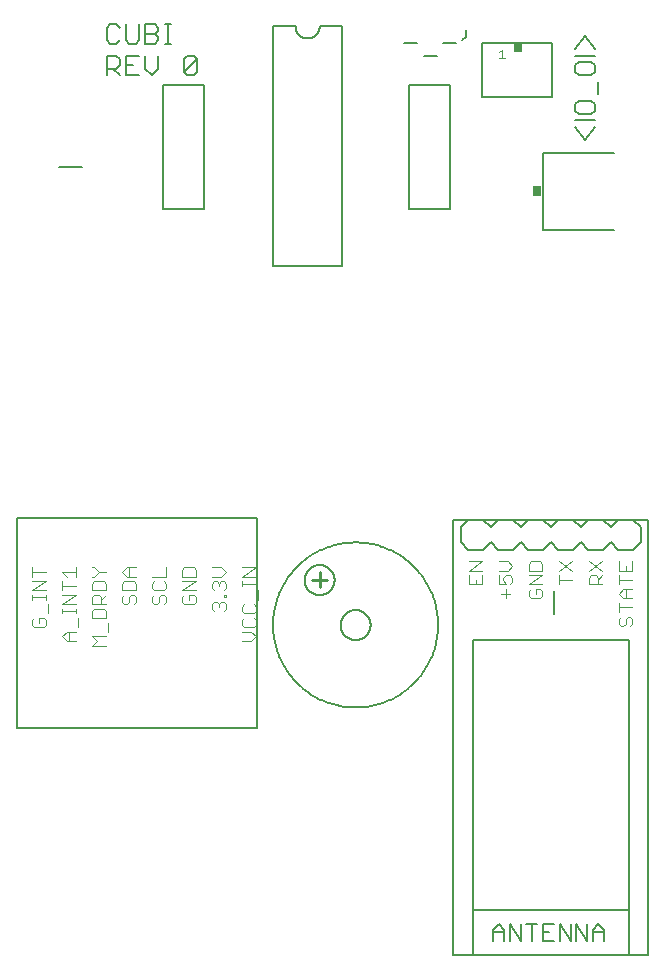
<source format=gto>
G04 EAGLE Gerber X2 export*
G75*
%MOMM*%
%FSLAX34Y34*%
%LPD*%
%AMOC8*
5,1,8,0,0,1.08239X$1,22.5*%
G01*
%ADD10C,0.152400*%
%ADD11C,0.203200*%
%ADD12C,0.127000*%
%ADD13C,0.076200*%
%ADD14R,0.635000X0.635000*%
%ADD15C,0.254000*%
%ADD16C,0.101600*%
%ADD17R,0.762000X0.863600*%


D10*
X89771Y598520D02*
X87059Y601232D01*
X81636Y601232D01*
X78924Y598520D01*
X78924Y587674D01*
X81636Y584962D01*
X87059Y584962D01*
X89771Y587674D01*
X95296Y587674D02*
X95296Y601232D01*
X95296Y587674D02*
X98007Y584962D01*
X103431Y584962D01*
X106142Y587674D01*
X106142Y601232D01*
X111667Y601232D02*
X111667Y584962D01*
X111667Y601232D02*
X119802Y601232D01*
X122514Y598520D01*
X122514Y595809D01*
X119802Y593097D01*
X122514Y590385D01*
X122514Y587674D01*
X119802Y584962D01*
X111667Y584962D01*
X111667Y593097D02*
X119802Y593097D01*
X128039Y584962D02*
X133462Y584962D01*
X130750Y584962D02*
X130750Y601232D01*
X128039Y601232D02*
X133462Y601232D01*
X78924Y574562D02*
X78924Y558292D01*
X78924Y574562D02*
X87059Y574562D01*
X89771Y571850D01*
X89771Y566427D01*
X87059Y563715D01*
X78924Y563715D01*
X84347Y563715D02*
X89771Y558292D01*
X95296Y574562D02*
X106142Y574562D01*
X95296Y574562D02*
X95296Y558292D01*
X106142Y558292D01*
X100719Y566427D02*
X95296Y566427D01*
X111667Y563715D02*
X111667Y574562D01*
X111667Y563715D02*
X117090Y558292D01*
X122514Y563715D01*
X122514Y574562D01*
X144410Y571850D02*
X144410Y561004D01*
X144410Y571850D02*
X147122Y574562D01*
X152545Y574562D01*
X155257Y571850D01*
X155257Y561004D01*
X152545Y558292D01*
X147122Y558292D01*
X144410Y561004D01*
X155257Y571850D01*
X330962Y585477D02*
X341809Y585477D01*
X347334Y574630D02*
X358180Y574630D01*
X363705Y585477D02*
X374552Y585477D01*
X382788Y590900D02*
X382788Y596324D01*
X382788Y590900D02*
X380077Y588189D01*
X475728Y514529D02*
X483863Y503682D01*
X491998Y514529D01*
X491998Y520054D02*
X475728Y520054D01*
X475728Y528222D02*
X475728Y533646D01*
X475728Y528222D02*
X478440Y525511D01*
X489286Y525511D01*
X491998Y528222D01*
X491998Y533646D01*
X489286Y536357D01*
X478440Y536357D01*
X475728Y533646D01*
X494710Y541882D02*
X494710Y552729D01*
X475728Y560966D02*
X475728Y566389D01*
X475728Y560966D02*
X478440Y558254D01*
X489286Y558254D01*
X491998Y560966D01*
X491998Y566389D01*
X489286Y569100D01*
X478440Y569100D01*
X475728Y566389D01*
X475728Y574625D02*
X491998Y574625D01*
X475728Y580083D02*
X483863Y590929D01*
X491998Y580083D01*
D11*
X57785Y480060D02*
X38735Y480060D01*
D10*
X278130Y396240D02*
X278130Y599440D01*
X219710Y599440D02*
X219710Y396240D01*
X278130Y396240D01*
X278130Y599440D02*
X259080Y599440D01*
X238760Y599440D02*
X219710Y599440D01*
X238760Y599440D02*
X238763Y599193D01*
X238772Y598945D01*
X238787Y598698D01*
X238808Y598452D01*
X238835Y598206D01*
X238868Y597961D01*
X238907Y597716D01*
X238952Y597473D01*
X239003Y597231D01*
X239060Y596990D01*
X239122Y596751D01*
X239191Y596513D01*
X239265Y596277D01*
X239345Y596043D01*
X239430Y595811D01*
X239522Y595581D01*
X239618Y595353D01*
X239721Y595128D01*
X239828Y594905D01*
X239942Y594685D01*
X240060Y594468D01*
X240184Y594253D01*
X240313Y594042D01*
X240447Y593834D01*
X240586Y593629D01*
X240730Y593428D01*
X240878Y593230D01*
X241032Y593036D01*
X241190Y592846D01*
X241353Y592660D01*
X241520Y592478D01*
X241692Y592300D01*
X241868Y592126D01*
X242048Y591956D01*
X242233Y591791D01*
X242421Y591631D01*
X242613Y591475D01*
X242809Y591323D01*
X243008Y591177D01*
X243211Y591035D01*
X243418Y590899D01*
X243627Y590767D01*
X243840Y590641D01*
X244056Y590520D01*
X244274Y590404D01*
X244496Y590294D01*
X244720Y590189D01*
X244946Y590089D01*
X245175Y589995D01*
X245406Y589907D01*
X245640Y589824D01*
X245875Y589747D01*
X246112Y589676D01*
X246350Y589610D01*
X246590Y589551D01*
X246832Y589497D01*
X247075Y589449D01*
X247318Y589407D01*
X247563Y589371D01*
X247809Y589341D01*
X248055Y589317D01*
X248302Y589299D01*
X248549Y589287D01*
X248796Y589281D01*
X249044Y589281D01*
X249291Y589287D01*
X249538Y589299D01*
X249785Y589317D01*
X250031Y589341D01*
X250277Y589371D01*
X250522Y589407D01*
X250765Y589449D01*
X251008Y589497D01*
X251250Y589551D01*
X251490Y589610D01*
X251728Y589676D01*
X251965Y589747D01*
X252200Y589824D01*
X252434Y589907D01*
X252665Y589995D01*
X252894Y590089D01*
X253120Y590189D01*
X253344Y590294D01*
X253566Y590404D01*
X253784Y590520D01*
X254000Y590641D01*
X254213Y590767D01*
X254422Y590899D01*
X254629Y591035D01*
X254832Y591177D01*
X255031Y591323D01*
X255227Y591475D01*
X255419Y591631D01*
X255607Y591791D01*
X255792Y591956D01*
X255972Y592126D01*
X256148Y592300D01*
X256320Y592478D01*
X256487Y592660D01*
X256650Y592846D01*
X256808Y593036D01*
X256962Y593230D01*
X257110Y593428D01*
X257254Y593629D01*
X257393Y593834D01*
X257527Y594042D01*
X257656Y594253D01*
X257780Y594468D01*
X257898Y594685D01*
X258012Y594905D01*
X258119Y595128D01*
X258222Y595353D01*
X258318Y595581D01*
X258410Y595811D01*
X258495Y596043D01*
X258575Y596277D01*
X258649Y596513D01*
X258718Y596751D01*
X258780Y596990D01*
X258837Y597231D01*
X258888Y597473D01*
X258933Y597716D01*
X258972Y597961D01*
X259005Y598206D01*
X259032Y598452D01*
X259053Y598698D01*
X259068Y598945D01*
X259077Y599193D01*
X259080Y599440D01*
D12*
X396970Y540055D02*
X455470Y540055D01*
X396970Y540055D02*
X396970Y585055D01*
X455470Y585055D01*
X455470Y540055D01*
D13*
X413324Y579855D02*
X410867Y577398D01*
X413324Y579855D02*
X413324Y572483D01*
X410867Y572483D02*
X415782Y572483D01*
D14*
X426720Y581310D03*
D15*
X259080Y137160D02*
X259080Y124460D01*
X252730Y130810D02*
X265430Y130810D01*
D10*
X219710Y92710D02*
X219731Y94424D01*
X219794Y96137D01*
X219899Y97848D01*
X220046Y99556D01*
X220235Y101260D01*
X220466Y102959D01*
X220738Y104652D01*
X221052Y106337D01*
X221407Y108014D01*
X221803Y109682D01*
X222240Y111340D01*
X222718Y112986D01*
X223235Y114621D01*
X223793Y116242D01*
X224390Y117849D01*
X225027Y119440D01*
X225702Y121016D01*
X226416Y122575D01*
X227168Y124115D01*
X227958Y125637D01*
X228784Y127139D01*
X229648Y128620D01*
X230547Y130080D01*
X231482Y131517D01*
X232452Y132930D01*
X233456Y134320D01*
X234494Y135684D01*
X235565Y137022D01*
X236669Y138334D01*
X237805Y139618D01*
X238971Y140874D01*
X240169Y142101D01*
X241396Y143299D01*
X242652Y144465D01*
X243936Y145601D01*
X245248Y146705D01*
X246586Y147776D01*
X247950Y148814D01*
X249340Y149818D01*
X250753Y150788D01*
X252190Y151723D01*
X253650Y152622D01*
X255131Y153486D01*
X256633Y154312D01*
X258155Y155102D01*
X259695Y155854D01*
X261254Y156568D01*
X262830Y157243D01*
X264421Y157880D01*
X266028Y158477D01*
X267649Y159035D01*
X269284Y159552D01*
X270930Y160030D01*
X272588Y160467D01*
X274256Y160863D01*
X275933Y161218D01*
X277618Y161532D01*
X279311Y161804D01*
X281010Y162035D01*
X282714Y162224D01*
X284422Y162371D01*
X286133Y162476D01*
X287846Y162539D01*
X289560Y162560D01*
X291274Y162539D01*
X292987Y162476D01*
X294698Y162371D01*
X296406Y162224D01*
X298110Y162035D01*
X299809Y161804D01*
X301502Y161532D01*
X303187Y161218D01*
X304864Y160863D01*
X306532Y160467D01*
X308190Y160030D01*
X309836Y159552D01*
X311471Y159035D01*
X313092Y158477D01*
X314699Y157880D01*
X316290Y157243D01*
X317866Y156568D01*
X319425Y155854D01*
X320965Y155102D01*
X322487Y154312D01*
X323989Y153486D01*
X325470Y152622D01*
X326930Y151723D01*
X328367Y150788D01*
X329780Y149818D01*
X331170Y148814D01*
X332534Y147776D01*
X333872Y146705D01*
X335184Y145601D01*
X336468Y144465D01*
X337724Y143299D01*
X338951Y142101D01*
X340149Y140874D01*
X341315Y139618D01*
X342451Y138334D01*
X343555Y137022D01*
X344626Y135684D01*
X345664Y134320D01*
X346668Y132930D01*
X347638Y131517D01*
X348573Y130080D01*
X349472Y128620D01*
X350336Y127139D01*
X351162Y125637D01*
X351952Y124115D01*
X352704Y122575D01*
X353418Y121016D01*
X354093Y119440D01*
X354730Y117849D01*
X355327Y116242D01*
X355885Y114621D01*
X356402Y112986D01*
X356880Y111340D01*
X357317Y109682D01*
X357713Y108014D01*
X358068Y106337D01*
X358382Y104652D01*
X358654Y102959D01*
X358885Y101260D01*
X359074Y99556D01*
X359221Y97848D01*
X359326Y96137D01*
X359389Y94424D01*
X359410Y92710D01*
X359389Y90996D01*
X359326Y89283D01*
X359221Y87572D01*
X359074Y85864D01*
X358885Y84160D01*
X358654Y82461D01*
X358382Y80768D01*
X358068Y79083D01*
X357713Y77406D01*
X357317Y75738D01*
X356880Y74080D01*
X356402Y72434D01*
X355885Y70799D01*
X355327Y69178D01*
X354730Y67571D01*
X354093Y65980D01*
X353418Y64404D01*
X352704Y62845D01*
X351952Y61305D01*
X351162Y59783D01*
X350336Y58281D01*
X349472Y56800D01*
X348573Y55340D01*
X347638Y53903D01*
X346668Y52490D01*
X345664Y51100D01*
X344626Y49736D01*
X343555Y48398D01*
X342451Y47086D01*
X341315Y45802D01*
X340149Y44546D01*
X338951Y43319D01*
X337724Y42121D01*
X336468Y40955D01*
X335184Y39819D01*
X333872Y38715D01*
X332534Y37644D01*
X331170Y36606D01*
X329780Y35602D01*
X328367Y34632D01*
X326930Y33697D01*
X325470Y32798D01*
X323989Y31934D01*
X322487Y31108D01*
X320965Y30318D01*
X319425Y29566D01*
X317866Y28852D01*
X316290Y28177D01*
X314699Y27540D01*
X313092Y26943D01*
X311471Y26385D01*
X309836Y25868D01*
X308190Y25390D01*
X306532Y24953D01*
X304864Y24557D01*
X303187Y24202D01*
X301502Y23888D01*
X299809Y23616D01*
X298110Y23385D01*
X296406Y23196D01*
X294698Y23049D01*
X292987Y22944D01*
X291274Y22881D01*
X289560Y22860D01*
X287846Y22881D01*
X286133Y22944D01*
X284422Y23049D01*
X282714Y23196D01*
X281010Y23385D01*
X279311Y23616D01*
X277618Y23888D01*
X275933Y24202D01*
X274256Y24557D01*
X272588Y24953D01*
X270930Y25390D01*
X269284Y25868D01*
X267649Y26385D01*
X266028Y26943D01*
X264421Y27540D01*
X262830Y28177D01*
X261254Y28852D01*
X259695Y29566D01*
X258155Y30318D01*
X256633Y31108D01*
X255131Y31934D01*
X253650Y32798D01*
X252190Y33697D01*
X250753Y34632D01*
X249340Y35602D01*
X247950Y36606D01*
X246586Y37644D01*
X245248Y38715D01*
X243936Y39819D01*
X242652Y40955D01*
X241396Y42121D01*
X240169Y43319D01*
X238971Y44546D01*
X237805Y45802D01*
X236669Y47086D01*
X235565Y48398D01*
X234494Y49736D01*
X233456Y51100D01*
X232452Y52490D01*
X231482Y53903D01*
X230547Y55340D01*
X229648Y56800D01*
X228784Y58281D01*
X227958Y59783D01*
X227168Y61305D01*
X226416Y62845D01*
X225702Y64404D01*
X225027Y65980D01*
X224390Y67571D01*
X223793Y69178D01*
X223235Y70799D01*
X222718Y72434D01*
X222240Y74080D01*
X221803Y75738D01*
X221407Y77406D01*
X221052Y79083D01*
X220738Y80768D01*
X220466Y82461D01*
X220235Y84160D01*
X220046Y85864D01*
X219899Y87572D01*
X219794Y89283D01*
X219731Y90996D01*
X219710Y92710D01*
X276860Y92710D02*
X276864Y93022D01*
X276875Y93333D01*
X276894Y93644D01*
X276921Y93955D01*
X276956Y94265D01*
X276997Y94573D01*
X277047Y94881D01*
X277104Y95188D01*
X277169Y95493D01*
X277241Y95796D01*
X277320Y96097D01*
X277407Y96397D01*
X277501Y96694D01*
X277602Y96989D01*
X277711Y97281D01*
X277827Y97570D01*
X277950Y97857D01*
X278079Y98140D01*
X278216Y98420D01*
X278360Y98697D01*
X278510Y98970D01*
X278667Y99239D01*
X278830Y99504D01*
X279000Y99766D01*
X279177Y100023D01*
X279359Y100275D01*
X279548Y100523D01*
X279743Y100767D01*
X279943Y101005D01*
X280150Y101239D01*
X280362Y101467D01*
X280580Y101690D01*
X280803Y101908D01*
X281031Y102120D01*
X281265Y102327D01*
X281503Y102527D01*
X281747Y102722D01*
X281995Y102911D01*
X282247Y103093D01*
X282504Y103270D01*
X282766Y103440D01*
X283031Y103603D01*
X283300Y103760D01*
X283573Y103910D01*
X283850Y104054D01*
X284130Y104191D01*
X284413Y104320D01*
X284700Y104443D01*
X284989Y104559D01*
X285281Y104668D01*
X285576Y104769D01*
X285873Y104863D01*
X286173Y104950D01*
X286474Y105029D01*
X286777Y105101D01*
X287082Y105166D01*
X287389Y105223D01*
X287697Y105273D01*
X288005Y105314D01*
X288315Y105349D01*
X288626Y105376D01*
X288937Y105395D01*
X289248Y105406D01*
X289560Y105410D01*
X289872Y105406D01*
X290183Y105395D01*
X290494Y105376D01*
X290805Y105349D01*
X291115Y105314D01*
X291423Y105273D01*
X291731Y105223D01*
X292038Y105166D01*
X292343Y105101D01*
X292646Y105029D01*
X292947Y104950D01*
X293247Y104863D01*
X293544Y104769D01*
X293839Y104668D01*
X294131Y104559D01*
X294420Y104443D01*
X294707Y104320D01*
X294990Y104191D01*
X295270Y104054D01*
X295547Y103910D01*
X295820Y103760D01*
X296089Y103603D01*
X296354Y103440D01*
X296616Y103270D01*
X296873Y103093D01*
X297125Y102911D01*
X297373Y102722D01*
X297617Y102527D01*
X297855Y102327D01*
X298089Y102120D01*
X298317Y101908D01*
X298540Y101690D01*
X298758Y101467D01*
X298970Y101239D01*
X299177Y101005D01*
X299377Y100767D01*
X299572Y100523D01*
X299761Y100275D01*
X299943Y100023D01*
X300120Y99766D01*
X300290Y99504D01*
X300453Y99239D01*
X300610Y98970D01*
X300760Y98697D01*
X300904Y98420D01*
X301041Y98140D01*
X301170Y97857D01*
X301293Y97570D01*
X301409Y97281D01*
X301518Y96989D01*
X301619Y96694D01*
X301713Y96397D01*
X301800Y96097D01*
X301879Y95796D01*
X301951Y95493D01*
X302016Y95188D01*
X302073Y94881D01*
X302123Y94573D01*
X302164Y94265D01*
X302199Y93955D01*
X302226Y93644D01*
X302245Y93333D01*
X302256Y93022D01*
X302260Y92710D01*
X302256Y92398D01*
X302245Y92087D01*
X302226Y91776D01*
X302199Y91465D01*
X302164Y91155D01*
X302123Y90847D01*
X302073Y90539D01*
X302016Y90232D01*
X301951Y89927D01*
X301879Y89624D01*
X301800Y89323D01*
X301713Y89023D01*
X301619Y88726D01*
X301518Y88431D01*
X301409Y88139D01*
X301293Y87850D01*
X301170Y87563D01*
X301041Y87280D01*
X300904Y87000D01*
X300760Y86723D01*
X300610Y86450D01*
X300453Y86181D01*
X300290Y85916D01*
X300120Y85654D01*
X299943Y85397D01*
X299761Y85145D01*
X299572Y84897D01*
X299377Y84653D01*
X299177Y84415D01*
X298970Y84181D01*
X298758Y83953D01*
X298540Y83730D01*
X298317Y83512D01*
X298089Y83300D01*
X297855Y83093D01*
X297617Y82893D01*
X297373Y82698D01*
X297125Y82509D01*
X296873Y82327D01*
X296616Y82150D01*
X296354Y81980D01*
X296089Y81817D01*
X295820Y81660D01*
X295547Y81510D01*
X295270Y81366D01*
X294990Y81229D01*
X294707Y81100D01*
X294420Y80977D01*
X294131Y80861D01*
X293839Y80752D01*
X293544Y80651D01*
X293247Y80557D01*
X292947Y80470D01*
X292646Y80391D01*
X292343Y80319D01*
X292038Y80254D01*
X291731Y80197D01*
X291423Y80147D01*
X291115Y80106D01*
X290805Y80071D01*
X290494Y80044D01*
X290183Y80025D01*
X289872Y80014D01*
X289560Y80010D01*
X289248Y80014D01*
X288937Y80025D01*
X288626Y80044D01*
X288315Y80071D01*
X288005Y80106D01*
X287697Y80147D01*
X287389Y80197D01*
X287082Y80254D01*
X286777Y80319D01*
X286474Y80391D01*
X286173Y80470D01*
X285873Y80557D01*
X285576Y80651D01*
X285281Y80752D01*
X284989Y80861D01*
X284700Y80977D01*
X284413Y81100D01*
X284130Y81229D01*
X283850Y81366D01*
X283573Y81510D01*
X283300Y81660D01*
X283031Y81817D01*
X282766Y81980D01*
X282504Y82150D01*
X282247Y82327D01*
X281995Y82509D01*
X281747Y82698D01*
X281503Y82893D01*
X281265Y83093D01*
X281031Y83300D01*
X280803Y83512D01*
X280580Y83730D01*
X280362Y83953D01*
X280150Y84181D01*
X279943Y84415D01*
X279743Y84653D01*
X279548Y84897D01*
X279359Y85145D01*
X279177Y85397D01*
X279000Y85654D01*
X278830Y85916D01*
X278667Y86181D01*
X278510Y86450D01*
X278360Y86723D01*
X278216Y87000D01*
X278079Y87280D01*
X277950Y87563D01*
X277827Y87850D01*
X277711Y88139D01*
X277602Y88431D01*
X277501Y88726D01*
X277407Y89023D01*
X277320Y89323D01*
X277241Y89624D01*
X277169Y89927D01*
X277104Y90232D01*
X277047Y90539D01*
X276997Y90847D01*
X276956Y91155D01*
X276921Y91465D01*
X276894Y91776D01*
X276875Y92087D01*
X276864Y92398D01*
X276860Y92710D01*
X246380Y130810D02*
X246384Y131122D01*
X246395Y131433D01*
X246414Y131744D01*
X246441Y132055D01*
X246476Y132365D01*
X246517Y132673D01*
X246567Y132981D01*
X246624Y133288D01*
X246689Y133593D01*
X246761Y133896D01*
X246840Y134197D01*
X246927Y134497D01*
X247021Y134794D01*
X247122Y135089D01*
X247231Y135381D01*
X247347Y135670D01*
X247470Y135957D01*
X247599Y136240D01*
X247736Y136520D01*
X247880Y136797D01*
X248030Y137070D01*
X248187Y137339D01*
X248350Y137604D01*
X248520Y137866D01*
X248697Y138123D01*
X248879Y138375D01*
X249068Y138623D01*
X249263Y138867D01*
X249463Y139105D01*
X249670Y139339D01*
X249882Y139567D01*
X250100Y139790D01*
X250323Y140008D01*
X250551Y140220D01*
X250785Y140427D01*
X251023Y140627D01*
X251267Y140822D01*
X251515Y141011D01*
X251767Y141193D01*
X252024Y141370D01*
X252286Y141540D01*
X252551Y141703D01*
X252820Y141860D01*
X253093Y142010D01*
X253370Y142154D01*
X253650Y142291D01*
X253933Y142420D01*
X254220Y142543D01*
X254509Y142659D01*
X254801Y142768D01*
X255096Y142869D01*
X255393Y142963D01*
X255693Y143050D01*
X255994Y143129D01*
X256297Y143201D01*
X256602Y143266D01*
X256909Y143323D01*
X257217Y143373D01*
X257525Y143414D01*
X257835Y143449D01*
X258146Y143476D01*
X258457Y143495D01*
X258768Y143506D01*
X259080Y143510D01*
X259392Y143506D01*
X259703Y143495D01*
X260014Y143476D01*
X260325Y143449D01*
X260635Y143414D01*
X260943Y143373D01*
X261251Y143323D01*
X261558Y143266D01*
X261863Y143201D01*
X262166Y143129D01*
X262467Y143050D01*
X262767Y142963D01*
X263064Y142869D01*
X263359Y142768D01*
X263651Y142659D01*
X263940Y142543D01*
X264227Y142420D01*
X264510Y142291D01*
X264790Y142154D01*
X265067Y142010D01*
X265340Y141860D01*
X265609Y141703D01*
X265874Y141540D01*
X266136Y141370D01*
X266393Y141193D01*
X266645Y141011D01*
X266893Y140822D01*
X267137Y140627D01*
X267375Y140427D01*
X267609Y140220D01*
X267837Y140008D01*
X268060Y139790D01*
X268278Y139567D01*
X268490Y139339D01*
X268697Y139105D01*
X268897Y138867D01*
X269092Y138623D01*
X269281Y138375D01*
X269463Y138123D01*
X269640Y137866D01*
X269810Y137604D01*
X269973Y137339D01*
X270130Y137070D01*
X270280Y136797D01*
X270424Y136520D01*
X270561Y136240D01*
X270690Y135957D01*
X270813Y135670D01*
X270929Y135381D01*
X271038Y135089D01*
X271139Y134794D01*
X271233Y134497D01*
X271320Y134197D01*
X271399Y133896D01*
X271471Y133593D01*
X271536Y133288D01*
X271593Y132981D01*
X271643Y132673D01*
X271684Y132365D01*
X271719Y132055D01*
X271746Y131744D01*
X271765Y131433D01*
X271776Y131122D01*
X271780Y130810D01*
X271776Y130498D01*
X271765Y130187D01*
X271746Y129876D01*
X271719Y129565D01*
X271684Y129255D01*
X271643Y128947D01*
X271593Y128639D01*
X271536Y128332D01*
X271471Y128027D01*
X271399Y127724D01*
X271320Y127423D01*
X271233Y127123D01*
X271139Y126826D01*
X271038Y126531D01*
X270929Y126239D01*
X270813Y125950D01*
X270690Y125663D01*
X270561Y125380D01*
X270424Y125100D01*
X270280Y124823D01*
X270130Y124550D01*
X269973Y124281D01*
X269810Y124016D01*
X269640Y123754D01*
X269463Y123497D01*
X269281Y123245D01*
X269092Y122997D01*
X268897Y122753D01*
X268697Y122515D01*
X268490Y122281D01*
X268278Y122053D01*
X268060Y121830D01*
X267837Y121612D01*
X267609Y121400D01*
X267375Y121193D01*
X267137Y120993D01*
X266893Y120798D01*
X266645Y120609D01*
X266393Y120427D01*
X266136Y120250D01*
X265874Y120080D01*
X265609Y119917D01*
X265340Y119760D01*
X265067Y119610D01*
X264790Y119466D01*
X264510Y119329D01*
X264227Y119200D01*
X263940Y119077D01*
X263651Y118961D01*
X263359Y118852D01*
X263064Y118751D01*
X262767Y118657D01*
X262467Y118570D01*
X262166Y118491D01*
X261863Y118419D01*
X261558Y118354D01*
X261251Y118297D01*
X260943Y118247D01*
X260635Y118206D01*
X260325Y118171D01*
X260014Y118144D01*
X259703Y118125D01*
X259392Y118114D01*
X259080Y118110D01*
X258768Y118114D01*
X258457Y118125D01*
X258146Y118144D01*
X257835Y118171D01*
X257525Y118206D01*
X257217Y118247D01*
X256909Y118297D01*
X256602Y118354D01*
X256297Y118419D01*
X255994Y118491D01*
X255693Y118570D01*
X255393Y118657D01*
X255096Y118751D01*
X254801Y118852D01*
X254509Y118961D01*
X254220Y119077D01*
X253933Y119200D01*
X253650Y119329D01*
X253370Y119466D01*
X253093Y119610D01*
X252820Y119760D01*
X252551Y119917D01*
X252286Y120080D01*
X252024Y120250D01*
X251767Y120427D01*
X251515Y120609D01*
X251267Y120798D01*
X251023Y120993D01*
X250785Y121193D01*
X250551Y121400D01*
X250323Y121612D01*
X250100Y121830D01*
X249882Y122053D01*
X249670Y122281D01*
X249463Y122515D01*
X249263Y122753D01*
X249068Y122997D01*
X248879Y123245D01*
X248697Y123497D01*
X248520Y123754D01*
X248350Y124016D01*
X248187Y124281D01*
X248030Y124550D01*
X247880Y124823D01*
X247736Y125100D01*
X247599Y125380D01*
X247470Y125663D01*
X247347Y125950D01*
X247231Y126239D01*
X247122Y126531D01*
X247021Y126826D01*
X246927Y127123D01*
X246840Y127423D01*
X246761Y127724D01*
X246689Y128027D01*
X246624Y128332D01*
X246567Y128639D01*
X246517Y128947D01*
X246476Y129255D01*
X246441Y129565D01*
X246414Y129876D01*
X246395Y130187D01*
X246384Y130498D01*
X246380Y130810D01*
D12*
X524510Y181610D02*
X537210Y181610D01*
X524510Y181610D02*
X511810Y181610D01*
X499110Y181610D01*
X486410Y181610D01*
X473710Y181610D01*
X461010Y181610D01*
X372110Y181610D01*
X372110Y-186690D01*
X388620Y-186690D01*
X520700Y-186690D01*
X537210Y-186690D01*
X537210Y181610D01*
X454660Y162560D02*
X448310Y156210D01*
X435610Y156210D01*
X429260Y162560D01*
X422910Y156210D01*
X410210Y156210D01*
X403860Y162560D01*
X397510Y156210D01*
X384810Y156210D01*
X378460Y175260D02*
X384810Y181610D01*
X397510Y181610D02*
X403860Y175260D01*
X410210Y181610D01*
X422910Y181610D02*
X429260Y175260D01*
X435610Y181610D01*
X448310Y181610D02*
X454660Y175260D01*
X378460Y175260D02*
X378460Y162560D01*
X384810Y156210D01*
X454660Y162560D02*
X461010Y156210D01*
X473710Y156210D01*
X480060Y162560D01*
X486410Y156210D01*
X499110Y156210D01*
X505460Y162560D01*
X511810Y156210D01*
X524510Y156210D01*
X530860Y162560D01*
X530860Y175260D01*
X524510Y181610D01*
X511810Y181610D02*
X505460Y175260D01*
X499110Y181610D01*
X486410Y181610D02*
X480060Y175260D01*
X473710Y181610D01*
X461010Y181610D02*
X454660Y175260D01*
X520700Y-148590D02*
X520700Y-186690D01*
X520700Y-148590D02*
X520700Y80010D01*
X388620Y80010D01*
X388620Y-148590D01*
D16*
X512308Y97745D02*
X514257Y99694D01*
X512308Y97745D02*
X512308Y93847D01*
X514257Y91898D01*
X516206Y91898D01*
X518155Y93847D01*
X518155Y97745D01*
X520104Y99694D01*
X522053Y99694D01*
X524002Y97745D01*
X524002Y93847D01*
X522053Y91898D01*
X524002Y107490D02*
X512308Y107490D01*
X512308Y103592D02*
X512308Y111388D01*
X516206Y115286D02*
X524002Y115286D01*
X516206Y115286D02*
X512308Y119184D01*
X516206Y123082D01*
X524002Y123082D01*
X518155Y123082D02*
X518155Y115286D01*
X524002Y130878D02*
X512308Y130878D01*
X512308Y126980D02*
X512308Y134776D01*
X512308Y138674D02*
X512308Y146470D01*
X512308Y138674D02*
X524002Y138674D01*
X524002Y146470D01*
X518155Y142572D02*
X518155Y138674D01*
X498602Y126980D02*
X486908Y126980D01*
X486908Y132827D01*
X488857Y134776D01*
X492755Y134776D01*
X494704Y132827D01*
X494704Y126980D01*
X494704Y130878D02*
X498602Y134776D01*
X498602Y146470D02*
X486908Y138674D01*
X486908Y146470D02*
X498602Y138674D01*
X473202Y130878D02*
X461508Y130878D01*
X461508Y126980D02*
X461508Y134776D01*
X461508Y138674D02*
X473202Y146470D01*
X473202Y138674D02*
X461508Y146470D01*
X438057Y123082D02*
X436108Y121133D01*
X436108Y117235D01*
X438057Y115286D01*
X445853Y115286D01*
X447802Y117235D01*
X447802Y121133D01*
X445853Y123082D01*
X441955Y123082D01*
X441955Y119184D01*
X447802Y126980D02*
X436108Y126980D01*
X447802Y134776D01*
X436108Y134776D01*
X436108Y138674D02*
X447802Y138674D01*
X447802Y144521D01*
X445853Y146470D01*
X438057Y146470D01*
X436108Y144521D01*
X436108Y138674D01*
X416555Y123082D02*
X416555Y115286D01*
X412657Y119184D02*
X420453Y119184D01*
X410708Y126980D02*
X410708Y134776D01*
X410708Y126980D02*
X416555Y126980D01*
X414606Y130878D01*
X414606Y132827D01*
X416555Y134776D01*
X420453Y134776D01*
X422402Y132827D01*
X422402Y128929D01*
X420453Y126980D01*
X418504Y138674D02*
X410708Y138674D01*
X418504Y138674D02*
X422402Y142572D01*
X418504Y146470D01*
X410708Y146470D01*
X385308Y134776D02*
X385308Y126980D01*
X397002Y126980D01*
X397002Y134776D01*
X391155Y130878D02*
X391155Y126980D01*
X397002Y138674D02*
X385308Y138674D01*
X397002Y146470D01*
X385308Y146470D01*
D12*
X388620Y-148590D02*
X388620Y-186690D01*
X388620Y-148590D02*
X520700Y-148590D01*
X406180Y-165304D02*
X406180Y-174625D01*
X406180Y-165304D02*
X410841Y-160643D01*
X415502Y-165304D01*
X415502Y-174625D01*
X415502Y-167634D02*
X406180Y-167634D01*
X420213Y-174625D02*
X420213Y-160643D01*
X429534Y-174625D01*
X429534Y-160643D01*
X438906Y-160643D02*
X438906Y-174625D01*
X434246Y-160643D02*
X443567Y-160643D01*
X448279Y-160643D02*
X457600Y-160643D01*
X448279Y-160643D02*
X448279Y-174625D01*
X457600Y-174625D01*
X452939Y-167634D02*
X448279Y-167634D01*
X462311Y-174625D02*
X462311Y-160643D01*
X471633Y-174625D01*
X471633Y-160643D01*
X476344Y-160643D02*
X476344Y-174625D01*
X485665Y-174625D02*
X476344Y-160643D01*
X485665Y-160643D02*
X485665Y-174625D01*
X490377Y-174625D02*
X490377Y-165304D01*
X495038Y-160643D01*
X499698Y-165304D01*
X499698Y-174625D01*
X499698Y-167634D02*
X490377Y-167634D01*
X334580Y444500D02*
X334580Y549500D01*
X369580Y549500D01*
X369580Y444500D01*
X334580Y444500D01*
X126300Y444500D02*
X126300Y549500D01*
X161300Y549500D01*
X161300Y444500D01*
X126300Y444500D01*
D16*
X193538Y79022D02*
X201334Y79022D01*
X205232Y82920D01*
X201334Y86818D01*
X193538Y86818D01*
X193538Y96563D02*
X195487Y98512D01*
X193538Y96563D02*
X193538Y92665D01*
X195487Y90716D01*
X203283Y90716D01*
X205232Y92665D01*
X205232Y96563D01*
X203283Y98512D01*
X193538Y108257D02*
X195487Y110206D01*
X193538Y108257D02*
X193538Y104359D01*
X195487Y102410D01*
X203283Y102410D01*
X205232Y104359D01*
X205232Y108257D01*
X203283Y110206D01*
X207181Y114104D02*
X207181Y121900D01*
X205232Y125798D02*
X205232Y129696D01*
X205232Y127747D02*
X193538Y127747D01*
X193538Y125798D02*
X193538Y129696D01*
X193538Y133594D02*
X205232Y133594D01*
X205232Y141390D02*
X193538Y133594D01*
X193538Y141390D02*
X205232Y141390D01*
X170087Y104359D02*
X168138Y106308D01*
X168138Y110206D01*
X170087Y112155D01*
X172036Y112155D01*
X173985Y110206D01*
X173985Y108257D01*
X173985Y110206D02*
X175934Y112155D01*
X177883Y112155D01*
X179832Y110206D01*
X179832Y106308D01*
X177883Y104359D01*
X177883Y116053D02*
X179832Y116053D01*
X177883Y116053D02*
X177883Y118002D01*
X179832Y118002D01*
X179832Y116053D01*
X170087Y121900D02*
X168138Y123849D01*
X168138Y127747D01*
X170087Y129696D01*
X172036Y129696D01*
X173985Y127747D01*
X173985Y125798D01*
X173985Y127747D02*
X175934Y129696D01*
X177883Y129696D01*
X179832Y127747D01*
X179832Y123849D01*
X177883Y121900D01*
X175934Y133594D02*
X168138Y133594D01*
X175934Y133594D02*
X179832Y137492D01*
X175934Y141390D01*
X168138Y141390D01*
X144687Y118002D02*
X142738Y116053D01*
X142738Y112155D01*
X144687Y110206D01*
X152483Y110206D01*
X154432Y112155D01*
X154432Y116053D01*
X152483Y118002D01*
X148585Y118002D01*
X148585Y114104D01*
X154432Y121900D02*
X142738Y121900D01*
X154432Y129696D01*
X142738Y129696D01*
X142738Y133594D02*
X154432Y133594D01*
X154432Y139441D01*
X152483Y141390D01*
X144687Y141390D01*
X142738Y139441D01*
X142738Y133594D01*
X119287Y118002D02*
X117338Y116053D01*
X117338Y112155D01*
X119287Y110206D01*
X121236Y110206D01*
X123185Y112155D01*
X123185Y116053D01*
X125134Y118002D01*
X127083Y118002D01*
X129032Y116053D01*
X129032Y112155D01*
X127083Y110206D01*
X117338Y127747D02*
X119287Y129696D01*
X117338Y127747D02*
X117338Y123849D01*
X119287Y121900D01*
X127083Y121900D01*
X129032Y123849D01*
X129032Y127747D01*
X127083Y129696D01*
X129032Y133594D02*
X117338Y133594D01*
X129032Y133594D02*
X129032Y141390D01*
X93887Y118002D02*
X91938Y116053D01*
X91938Y112155D01*
X93887Y110206D01*
X95836Y110206D01*
X97785Y112155D01*
X97785Y116053D01*
X99734Y118002D01*
X101683Y118002D01*
X103632Y116053D01*
X103632Y112155D01*
X101683Y110206D01*
X103632Y121900D02*
X91938Y121900D01*
X103632Y121900D02*
X103632Y127747D01*
X101683Y129696D01*
X93887Y129696D01*
X91938Y127747D01*
X91938Y121900D01*
X95836Y133594D02*
X103632Y133594D01*
X95836Y133594D02*
X91938Y137492D01*
X95836Y141390D01*
X103632Y141390D01*
X97785Y141390D02*
X97785Y133594D01*
X78232Y75124D02*
X66538Y75124D01*
X70436Y79022D01*
X66538Y82920D01*
X78232Y82920D01*
X80181Y86818D02*
X80181Y94614D01*
X78232Y98512D02*
X66538Y98512D01*
X78232Y98512D02*
X78232Y104359D01*
X76283Y106308D01*
X68487Y106308D01*
X66538Y104359D01*
X66538Y98512D01*
X66538Y110206D02*
X78232Y110206D01*
X66538Y110206D02*
X66538Y116053D01*
X68487Y118002D01*
X72385Y118002D01*
X74334Y116053D01*
X74334Y110206D01*
X74334Y114104D02*
X78232Y118002D01*
X78232Y121900D02*
X66538Y121900D01*
X78232Y121900D02*
X78232Y127747D01*
X76283Y129696D01*
X68487Y129696D01*
X66538Y127747D01*
X66538Y121900D01*
X66538Y133594D02*
X68487Y133594D01*
X72385Y137492D01*
X68487Y141390D01*
X66538Y141390D01*
X72385Y137492D02*
X78232Y137492D01*
X52832Y79022D02*
X45036Y79022D01*
X41138Y82920D01*
X45036Y86818D01*
X52832Y86818D01*
X46985Y86818D02*
X46985Y79022D01*
X54781Y90716D02*
X54781Y98512D01*
X52832Y102410D02*
X52832Y106308D01*
X52832Y104359D02*
X41138Y104359D01*
X41138Y102410D02*
X41138Y106308D01*
X41138Y110206D02*
X52832Y110206D01*
X52832Y118002D02*
X41138Y110206D01*
X41138Y118002D02*
X52832Y118002D01*
X52832Y125798D02*
X41138Y125798D01*
X41138Y121900D02*
X41138Y129696D01*
X45036Y133594D02*
X41138Y137492D01*
X52832Y137492D01*
X52832Y133594D02*
X52832Y141390D01*
X17687Y98512D02*
X15738Y96563D01*
X15738Y92665D01*
X17687Y90716D01*
X25483Y90716D01*
X27432Y92665D01*
X27432Y96563D01*
X25483Y98512D01*
X21585Y98512D01*
X21585Y94614D01*
X29381Y102410D02*
X29381Y110206D01*
X27432Y114104D02*
X27432Y118002D01*
X27432Y116053D02*
X15738Y116053D01*
X15738Y114104D02*
X15738Y118002D01*
X15738Y121900D02*
X27432Y121900D01*
X27432Y129696D02*
X15738Y121900D01*
X15738Y129696D02*
X27432Y129696D01*
X27432Y137492D02*
X15738Y137492D01*
X15738Y133594D02*
X15738Y141390D01*
D12*
X2540Y182880D02*
X205740Y182880D01*
X205740Y5080D01*
X2540Y5080D01*
X2540Y182880D01*
D11*
X448310Y426970D02*
X508254Y426974D01*
X448310Y426970D02*
X448310Y492510D01*
X508254Y492506D01*
D17*
X443484Y459740D03*
D11*
X457200Y121285D02*
X457200Y102235D01*
M02*

</source>
